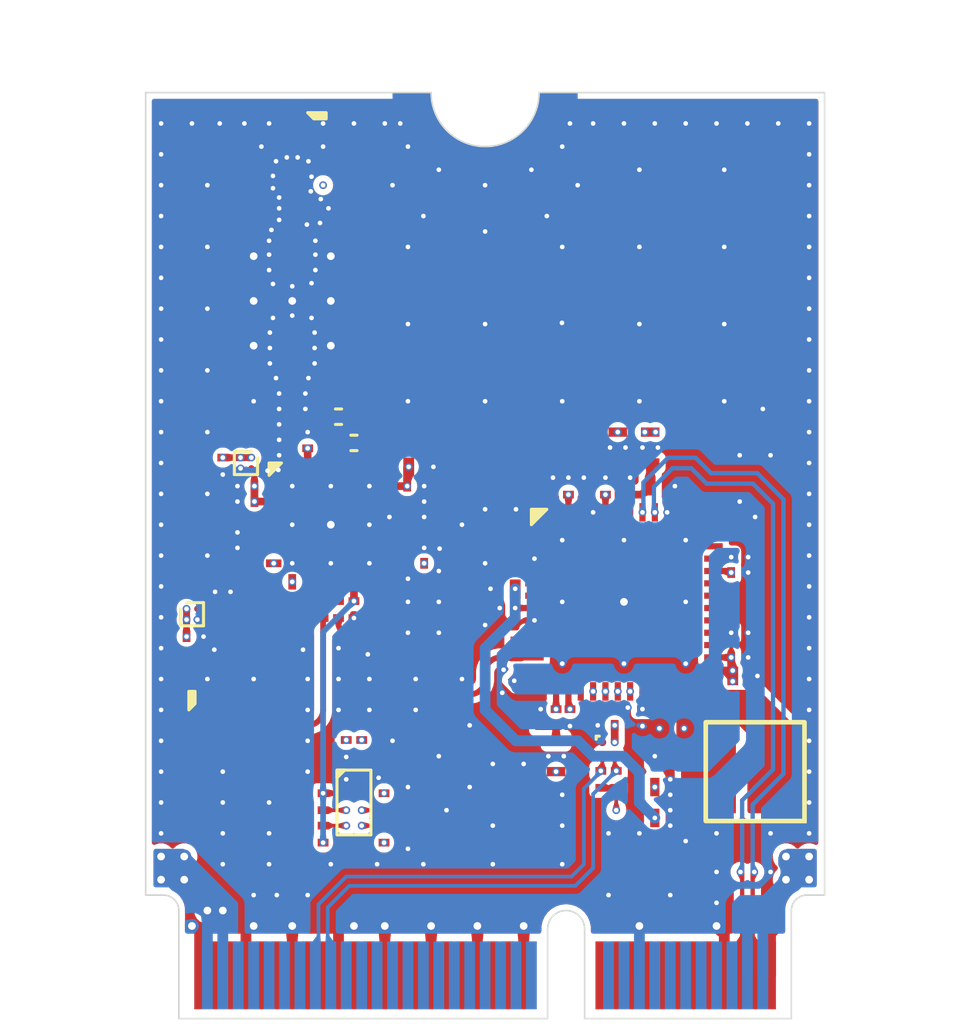
<source format=kicad_pcb>
(kicad_pcb (version 20241229) (generator "pcbnew") (generator_version "9.0")
  (layers (0 "F.Cu" signal) (4 "In1.Cu" signal) (6 "In2.Cu" signal) (8 "In3.Cu" signal) (10 "In4.Cu" signal) (2 "B.Cu" signal) (13 "F.Paste" user) (15 "B.Paste" user) (5 "F.SilkS" user "F.Silkscreen") (7 "B.SilkS" user "B.Silkscreen") (1 "F.Mask" user) (3 "B.Mask" user) (25 "Edge.Cuts" user))
  (net 0 "")
  (net 10 "3V3P_M2")
  (net 13 "GND")
  (net 34 "/SCLT")
  (net 41 "Net-(U11-VIP)")
  (net 42 "Net-(U11-VCMI)")
  (net 43 "Net-(U11-XI)")
  (net 44 "1V2P_VDDA1")
  (net 45 "1V2P_VDDLV")
  (net 46 "/M2.USB_D+")
  (net 48 "1V2P_VDDA")
  (net 50 "Net-(U11-XO)")
  (net 53 "/TUNER.AGC")
  (net 54 "Net-(U11-VDDA33)")
  (net 55 "/M2.USB_D-")
  (net 56 "Net-(U11-VIN)")
  (net 58 "Net-(U11-FB)")
  (net 59 "/ROM.SCL")
  (net 60 "1V2P_VDD_PLL")
  (net 62 "/ROM.SDA")
  (net 63 "/SDAT")
  (net 64 "Net-(U11-SW_VOUT1)")
  (net 67 "/TUNER.CLK")
  (net 68 "Net-(U5-Det1)")
  (net 69 "/TUNER.SCL")
  (net 70 "/TUNER.IF-")
  (net 71 "Net-(U5-TF1P)")
  (net 72 "Net-(U5-CP)")
  (net 73 "3V0_TUNER")
  (net 74 "Net-(U5-TF2N)")
  (net 75 "Net-(U5-Det2)")
  (net 77 "Net-(U5-VDD_PLL)")
  (net 80 "/TUNER.SDA")
  (net 81 "/RF_IN_TUNER")
  (net 82 "Net-(U5-TF2P)")
  (net 83 "Net-(U5-IF_AGC)")
  (net 84 "Net-(U5-TF1N)")
  (net 85 "/CLK_IN")
  (net 86 "/TUNER.IF+")
  (net 89 "/RF_IN_C")
  (net 90 "3V0_TCXO")
  (net 92 "Net-(C28-Pad1)")
  (net 93 "Net-(C31-Pad3)")
  (net 96 "Net-(Y1-E{slash}D)")
  (net 99 "Net-(U11-R12K)")
  (net 110 "/IF+")
  (net 111 "/IF-")
  (net 113 "Net-(J2-In)")
  (net 114 "Net-(U8-EN)")
  (footprint "_Library:R_0201" (layer "F.Cu") (at 79.25 72.25 90)
    (property "Reference" "R21")
    (property "Value" "4.7k")
  )
  (footprint "_Library:YFF15PC0G105MT000N" (layer "F.Cu") (at 81 71.5 180)
    (property "Reference" "C47")
    (property "Value" "YFF15PC0G105MT000N")
  )
  (footprint "_Library:C_0402" (layer "F.Cu") (at 75.575 66.075 180)
    (property "Reference" "C55")
    (property "Value" "2.2uF")
  )
  (footprint "_Library:R820T2" (layer "F.Cu") (at 70 64)
    (property "Reference" "U5")
    (property "Value" "R820T")
  )
  (footprint "_Library:BFTC-415+" (layer "F.Cu") (at 68.75 56.75 180)
    (property "Reference" "FL1")
    (property "Value" "BFTC-415+")
  )
  (footprint "_Library:C_0201" (layer "F.Cu") (at 72.75 63.75)
    (property "Reference" "C29")
    (property "Value" "330pF")
  )
  (footprint "_Library:L_0402" (layer "F.Cu") (at 70.25 60.5)
    (property "Reference" "L4")
    (property "Value" "150nH")
  )
  (footprint "_Library:C_0201" (layer "F.Cu") (at 72.75 64.75)
    (property "Reference" "C26")
    (property "Value" "100nF")
  )
  (footprint "_Library:C_0201" (layer "F.Cu") (at 77.7 62.75 90)
    (property "Reference" "C58")
    (property "Value" "100nF")
  )
  (footprint "_Library:R_0201" (layer "F.Cu") (at 71.25 66.75 -90)
    (property "Reference" "R12")
    (property "Value" "220R")
  )
  (footprint "_Library:C_0201" (layer "F.Cu") (at 83.25 67.5)
    (property "Reference" "C57")
    (property "Value" "100nF")
  )
  (footprint "_Library:ESD701DPYR" (layer "F.Cu") (at 69.6 53.75)
    (property "Reference" "D1")
    (property "Value" "ESD701DPYR")
  )
  (footprint "_Library:C_0201" (layer "F.Cu") (at 78.925 70.5 180)
    (property "Reference" "C34")
    (property "Value" "100nF")
  )
  (footprint "_Library:R_0201" (layer "F.Cu") (at 72.75 65.25)
    (property "Reference" "R6")
    (property "Value" "10k")
  )
  (footprint "_Library:C_0201" (layer "F.Cu") (at 83.25 65.05)
    (property "Reference" "C63")
    (property "Value" "100nF")
  )
  (footprint "_Library:C_0201" (layer "F.Cu") (at 67.25 62.75 180)
    (property "Reference" "C18")
    (property "Value" "1uF")
  )
  (footprint "_Library:R_0201" (layer "F.Cu") (at 71.9 66.75 -90)
    (property "Reference" "R10")
    (property "Value" "220R")
  )
  (footprint "_Library:C_0201" (layer "F.Cu") (at 70.25 66.75 -90)
    (property "Reference" "C32")
    (property "Value" "10nF")
  )
  (footprint "_Library:C_0201" (layer "F.Cu") (at 75.75 69.25 -135)
    (property "Reference" "C53")
    (property "Value" "100nF")
  )
  (footprint "_Library:C_0201" (layer "F.Cu") (at 65.6 67.625)
    (property "Reference" "C12")
    (property "Value" "1uF")
  )
  (footprint "_Library:C_0201" (layer "F.Cu") (at 66.75 66.45 90)
    (property "Reference" "C3")
    (property "Value" "100nF")
  )
  (footprint "_Library:R_0201" (layer "F.Cu") (at 69.75 72.975 -90)
    (property "Reference" "R8")
    (property "Value" "4.7k")
  )
  (footprint "_Library:C_0402" (layer "F.Cu") (at 80.75 62.75)
    (property "Reference" "C56")
    (property "Value" "2.2uF")
  )
  (footprint "_Library:C_0201" (layer "F.Cu") (at 79.7 62.75 90)
    (property "Reference" "C60")
    (property "Value" "100nF")
  )
  (footprint "_Library:YFF15PC0G105MT000N" (layer "F.Cu") (at 79.3 61.5 90)
    (property "Reference" "C43")
    (property "Value" "YFF15PC0G105MT000N")
  )
  (footprint "_Library:C_0402" (layer "F.Cu") (at 72.925 62.125)
    (property "Reference" "C24")
    (property "Value" "10uF")
  )
  (footprint "_Library:MHF4L" (layer "F.Cu") (at 66.5 70.5 90)
    (property "Reference" "J2")
    (property "Value" "MHF4L")
  )
  (footprint "_Library:YFF15PC0G105MT000N" (layer "F.Cu") (at 77.3 71.5 90)
    (property "Reference" "C31")
    (property "Value" "YFF15PC0G105MT000N")
  )
  (footprint "_Library:MHF4L" (layer "F.Cu") (at 68.75 51.75)
    (property "Reference" "J1")
    (property "Value" "MHF4L")
  )
  (footprint "_Library:C_0201" (layer "F.Cu") (at 72.75 62.75)
    (property "Reference" "C21")
    (property "Value" "10nF")
  )
  (footprint "_Library:YFF15PC0G105MT000N" (layer "F.Cu") (at 81 72.5 180)
    (property "Reference" "C48")
    (property "Value" "YFF15PC0G105MT000N")
  )
  (footprint "_Library:C_0201" (layer "F.Cu") (at 70.5 71.25 -90)
    (property "Reference" "C41")
    (property "Value" "100nF")
  )
  (footprint "_Library:C_0201" (layer "F.Cu") (at 77.75 70.25 -90)
    (property "Reference" "C52")
    (property "Value" "100nF")
  )
  (footprint "_Library:M2GF_KEY_E_2230" (layer "F.Cu") (at 75 50)
    (property "Reference" "X1" (hide yes))
    (property "Value" "M2GF_KEY_E" (hide yes))
    (fp_line (start -11 0) (end -11 26) (stroke (width 0.05)) (layer "Edge.Cuts"))
    (fp_line (start -11 26) (end -10.425 26) (stroke (width 0.05)) (layer "Edge.Cuts"))
    (fp_line (start -9.925 30) (end -9.925 26.5) (stroke (width 0.05)) (layer "Edge.Cuts"))
    (fp_line (start -9.925 30) (end 2.025 30) (stroke (width 0.05)) (layer "Edge.Cuts"))
    (fp_line (start -1.75 0) (end -11 0) (stroke (width 0.05)) (layer "Edge.Cuts"))
    (fp_line (start 1.75 0) (end 11 0) (stroke (width 0.05)) (layer "Edge.Cuts"))
    (fp_line (start 2.025 30) (end 2.025 27.1) (stroke (width 0.05)) (layer "Edge.Cuts"))
    (fp_line (start 3.225 27.1) (end 3.225 30) (stroke (width 0.05)) (layer "Edge.Cuts"))
    (fp_line (start 3.225 30) (end 9.925 30) (stroke (width 0.05)) (layer "Edge.Cuts"))
    (fp_line (start 9.925 30) (end 9.925 26.5) (stroke (width 0.05)) (layer "Edge.Cuts"))
    (fp_line (start 11 0) (end 11 26) (stroke (width 0.05)) (layer "Edge.Cuts"))
    (fp_line (start 11 26) (end 10.425 26) (stroke (width 0.05)) (layer "Edge.Cuts"))
    (fp_arc (start -10.425 26) (mid -10.071447 26.146447) (end -9.925 26.5) (stroke (width 0.05)) (layer "Edge.Cuts"))
    (fp_arc (start 1.75 0) (mid 0 1.75) (end -1.75 0) (stroke (width 0.05)) (layer "Edge.Cuts"))
    (fp_arc (start 2.025 27.1) (mid 2.625 26.5) (end 3.225 27.1) (stroke (width 0.05)) (layer "Edge.Cuts"))
    (fp_arc (start 9.925 26.5) (mid 10.071447 26.146447) (end 10.425 26) (stroke (width 0.05)) (layer "Edge.Cuts"))
  )
  (footprint "_Library:C_0201" (layer "F.Cu") (at 75.7 66.7 180)
    (property "Reference" "C59")
    (property "Value" "100nF")
  )
  (footprint "_Library:R_0201" (layer "F.Cu") (at 71.725 72.975 -90)
    (property "Reference" "R17")
    (property "Value" "4.7k")
  )
  (footprint "_Library:R_0201" (layer "F.Cu") (at 78.75 72.25 90)
    (property "Reference" "R19")
    (property "Value" "4.7k")
  )
  (footprint "_Library:C_0402" (layer "F.Cu") (at 83.425 68.9)
    (property "Reference" "C46")
    (property "Value" "10uF")
  )
  (footprint "_Library:TPS7A2018PYCKR" (layer "F.Cu") (at 67.25 62 -90)
    (property "Reference" "U4")
    (property "Value" "TPS7A2030YCKR")
  )
  (footprint "_Library:C_0201" (layer "F.Cu") (at 67.25 63.25 180)
    (property "Reference" "C9")
    (property "Value" "10nF")
  )
  (footprint "_Library:C_0201" (layer "F.Cu") (at 83.25 65.55)
    (property "Reference" "C45")
    (property "Value" "100nF")
  )
  (footprint "_Library:C_0201" (layer "F.Cu") (at 80.1 70.25 -90)
    (property "Reference" "C65")
    (property "Value" "100nF")
  )
  (footprint "_Library:R_0201" (layer "F.Cu") (at 72.75 64.25)
    (property "Reference" "R7")
    (property "Value" "1.8k")
  )
  (footprint "_Library:SN74LVC1G06DSFR" (layer "F.Cu") (at 79 71.25)
    (property "Reference" "U9")
    (property "Value" "CAT24C04C4ATR")
  )
  (footprint "_Library:R_0201" (layer "F.Cu") (at 76 68.025 -90)
    (property "Reference" "R14")
    (property "Value" "1k")
  )
  (footprint "_Library:R_0201" (layer "F.Cu") (at 71 71.25 -90)
    (property "Reference" "R22")
    (property "Value" "200k")
  )
  (footprint "_Library:C_0201" (layer "F.Cu") (at 75.75 64.75)
    (property "Reference" "C36")
    (property "Value" "10nF")
  )
  (footprint "_Library:C_0201" (layer "F.Cu") (at 67.25 64.75 180)
    (property "Reference" "C6")
    (property "Value" "100nF")
  )
  (footprint "_Library:DSB221SDN" (layer "F.Cu") (at 68.25 67.5)
    (property "Reference" "Y1")
    (property "Value" "B31-028.8M")
  )
  (footprint "_Library:L_0402" (layer "F.Cu") (at 70.75 61.35)
    (property "Reference" "L6")
    (property "Value" "150nH")
  )
  (footprint "_Library:RTL2832U" (layer "F.Cu") (at 79.5 66.5)
    (property "Reference" "U11")
    (property "Value" "RTL2832U")
  )
  (footprint "_Library:C_0201" (layer "F.Cu") (at 69.25 61.25 90)
    (property "Reference" "C23")
    (property "Value" "10nF")
  )
  (footprint "_Library:C_0201" (layer "F.Cu") (at 66.25 66.45 90)
    (property "Reference" "C17")
    (property "Value" "1uF")
  )
  (footprint "_Library:YFF15PC0G105MT000N" (layer "F.Cu") (at 81 73.5 180)
    (property "Reference" "C49")
    (property "Value" "YFF15PC0G105MT000N")
  )
  (footprint "_Library:R_0201" (layer "F.Cu") (at 69.75 74.025 90)
    (property "Reference" "R9")
    (property "Value" "4.7k")
  )
  (footprint "_Library:XFL3012-472MEC" (layer "F.Cu") (at 83.75 72 180)
    (property "Reference" "L7")
    (property "Value" "XFL3012-472MEC")
  )
  (footprint "_Library:PCA9306YZTR" (layer "F.Cu") (at 70.75 73)
    (property "Reference" "U8")
    (property "Value" "PCA9306YZTR")
  )
  (footprint "_Library:R_0201" (layer "F.Cu") (at 71.725 74.025 90)
    (property "Reference" "R16")
    (property "Value" "4.7k")
  )
  (footprint "_Library:C_0201" (layer "F.Cu") (at 67.25 64.25 180)
    (property "Reference" "C4")
    (property "Value" "1uF")
  )
  (footprint "_Library:TPS7A2018PYCKR" (layer "F.Cu") (at 65.5 66.9)
    (property "Reference" "U3")
    (property "Value" "TPS7A2030YCKR")
  )
  (footprint "_Library:C_0201" (layer "F.Cu") (at 78.2 62.75 90)
    (property "Reference" "C40")
    (property "Value" "100nF")
  )
  (footprint "_Library:C_0201" (layer "F.Cu") (at 75.75 64.25)
    (property "Reference" "C35")
    (property "Value" "10nF")
  )
  (footprint "_Library:R_0201" (layer "F.Cu") (at 77.3 70.25 90)
    (property "Reference" "R15")
    (property "Value" "10k")
  )
  (footprint "_Library:C_0201" (layer "F.Cu") (at 78.9 62.75 90)
    (property "Reference" "C54")
    (property "Value" "100nF")
  )
  (footprint "_Library:C_0402" (layer "F.Cu") (at 81.05 70.6 180)
    (property "Reference" "C42")
    (property "Value" "10uF")
  )
  (footprint "_Library:C_0201" (layer "F.Cu") (at 72.75 63.25)
    (property "Reference" "C27")
    (property "Value" "100nF")
  )
  (footprint "_Library:C_0201" (layer "F.Cu") (at 83.25 68.3)
    (property "Reference" "C51")
    (property "Value" "100nF")
  )
  (footprint "_Library:R_0201" (layer "F.Cu") (at 77.2 62.75 90)
    (property "Reference" "R20")
    (property "Value" "10k")
  )
  (footprint "_Library:C_0201" (layer "F.Cu") (at 70.75 66.75 -90)
    (property "Reference" "C7")
    (property "Value" "10nF")
  )
  (footprint "_Library:C_0201" (layer "F.Cu") (at 69.75 66.75 -90)
    (property "Reference" "C22")
    (property "Value" "10nF")
  )
  (footprint "_Library:YFF15PC0G105MT000N" (layer "F.Cu") (at 80.35 61.5 -90)
    (property "Reference" "C50")
    (property "Value" "YFF15PC0G105MT000N")
  )
  (footprint "_Library:C_0201" (layer "F.Cu") (at 76.8 70.25 90)
    (property "Reference" "C33")
    (property "Value" "100nF")
  )
  (footprint "_Library:C_0201" (layer "F.Cu") (at 73.525 64.5 -90)
    (property "Reference" "C28")
    (property "Value" "6.8nF")
  )
  (footprint "_Library:C_0201" (layer "F.Cu") (at 66.5 62.1 -90)
    (property "Reference" "C13")
    (property "Value" "1uF")
  )
  (footprint "_Library:R_0201" (layer "F.Cu") (at 66.5 68.05 180)
    (property "Reference" "R3")
    (property "Value" "0R")
  )
  (segment (start 83.025 68.725) (end 83 68.7) (width 0.2) (layer "F.Cu") (net 10))
  (segment (start 82.4 65.5) (end 82.925 65.5) (width 0.2) (layer "F.Cu") (net 10))
  (segment (start 77.7 69.4) (end 77.7 69.925) (width 0.2) (layer "F.Cu") (net 10))
  (segment (start 67.425 61.825) (end 67.075 61.825) (width 0.2) (layer "F.Cu") (net 10))
  (segment (start 79.25 72.525) (end 78.75 72.525) (width 0.12) (layer "F.Cu") (net 10))
  (segment (start 65.325 66.725) (end 65.325 67.075) (width 0.2) (layer "F.Cu") (net 10))
  (segment (start 79.2 71.05) (end 79.2 70.5) (width 0.25) (layer "F.Cu") (net 10))
  (segment (start 66.5 61.825) (end 67.075 61.825) (width 0.2) (layer "F.Cu") (net 10))
  (segment (start 82.975 67.9) (end 82.975 68.3) (width 0.12) (layer "F.Cu") (net 10))
  (segment (start 83 68.7) (end 82.4 68.7) (width 0.2) (layer "F.Cu") (net 10))
  (segment (start 79.25 73.25) (end 79.25 72.525) (width 0.12) (layer "F.Cu") (net 10))
  (segment (start 82.975 68.3) (end 82.975 69.025) (width 0.25) (layer "F.Cu") (net 10))
  (segment (start 82.925 65.5) (end 82.975 65.55) (width 0.2) (layer "F.Cu") (net 10))
  (segment (start 82.975 68.3) (end 82.4 68.3) (width 0.2) (layer "F.Cu") (net 10))
  (segment (start 77.7 69.925) (end 77.75 69.975) (width 0.2) (layer "F.Cu") (net 10))
  (segment (start 83.025 69.075) (end 83.025 68.725) (width 0.2) (layer "F.Cu") (net 10))
  (segment (start 82.4 67.9) (end 82.975 67.9) (width 0.12) (layer "F.Cu") (net 10))
  (segment (start 65.325 67.075) (end 65.325 67.625) (width 0.2) (layer "F.Cu") (net 10))
  (segment (start 82.975 69.025) (end 83.025 69.075) (width 0.25) (layer "F.Cu") (net 10))
  (via (at 67.425 61.825) (size 0.25) (drill 0.15) (layers "F.Cu" "B.Cu") (net 10))
  (via (at 66.5 76.5) (size 0.45) (drill 0.25) (layers "F.Cu" "B.Cu") (net 10))
  (via (at 79.2 70.5) (size 0.25) (drill 0.15) (layers "F.Cu" "B.Cu") (net 10))
  (via (at 77.75 69.975) (size 0.25) (drill 0.15) (layers "F.Cu" "B.Cu") (net 10))
  (via (at 85.5 75.5) (size 0.45) (drill 0.25) (layers "F.Cu" "B.Cu") (net 10))
  (via (at 64.5 74.75) (size 0.45) (drill 0.25) (layers "F.Cu" "B.Cu") (net 10))
  (via (at 71.725 72.7) (size 0.25) (drill 0.15) (layers "F.Cu" "B.Cu") (net 10))
  (via (at 71.725 74.3) (size 0.25) (drill 0.15) (layers "F.Cu" "B.Cu") (net 10))
  (via (at 79.25 73.25) (size 0.25) (drill 0.15) (layers "F.Cu" "B.Cu") (net 10))
  (via (at 65.325 67.075) (size 0.25) (drill 0.15) (layers "F.Cu" "B.Cu") (net 10))
  (via (at 71 70.975) (size 0.25) (drill 0.15) (layers "F.Cu" "B.Cu") (net 10))
  (via (at 83.025 69.075) (size 0.25) (drill 0.15) (layers "F.Cu" "B.Cu") (net 10))
  (via (at 70.5 70.975) (size 0.25) (drill 0.15) (layers "F.Cu" "B.Cu") (net 10))
  (via (at 85.5 74.75) (size 0.45) (drill 0.25) (layers "F.Cu" "B.Cu") (net 10))
  (via (at 83.025 68.725) (size 0.25) (drill 0.15) (layers "F.Cu" "B.Cu") (net 10))
  (via (at 69.75 53) (size 0.25) (drill 0.15) (layers "F.Cu" "B.Cu") (net 10))
  (via (at 66 76.5) (size 0.45) (drill 0.25) (layers "F.Cu" "B.Cu") (net 10))
  (via (at 84.75 74.75) (size 0.45) (drill 0.25) (layers "F.Cu" "B.Cu") (net 10))
  (via (at 67.075 61.825) (size 0.25) (drill 0.15) (layers "F.Cu" "B.Cu") (net 10))
  (via (at 82.975 68.3) (size 0.25) (drill 0.15) (layers "F.Cu" "B.Cu") (net 10))
  (via (at 64.5 75.5) (size 0.45) (drill 0.25) (layers "F.Cu" "B.Cu") (net 10))
  (via (at 79.2 71.05) (size 0.25) (drill 0.15) (layers "F.Cu" "B.Cu") (net 10))
  (via (at 65.325 66.725) (size 0.25) (drill 0.15) (layers "F.Cu" "B.Cu") (net 10))
  (via (at 79.3 61) (size 0.25) (drill 0.15) (layers "F.Cu" "B.Cu") (net 10))
  (via (at 66.5 61.825) (size 0.25) (drill 0.15) (layers "F.Cu" "B.Cu") (net 10))
  (via (at 65.325 67.625) (size 0.25) (drill 0.15) (layers "F.Cu" "B.Cu") (net 10))
  (via (at 77.3 72) (size 0.25) (drill 0.15) (layers "F.Cu" "B.Cu") (net 10))
  (via (at 84.75 75.5) (size 0.45) (drill 0.25) (layers "F.Cu" "B.Cu") (net 10))
  (via (at 65.25 75.5) (size 0.45) (drill 0.25) (layers "F.Cu" "B.Cu") (net 10))
  (via (at 65.25 74.75) (size 0.45) (drill 0.25) (layers "F.Cu" "B.Cu") (net 10))
  (via (at 82.975 65.55) (size 0.25) (drill 0.15) (layers "F.Cu" "B.Cu") (net 10))
  (segment (start 66 78.6) (end 66 76.5) (width 0.35) (layer "B.Cu") (net 10))
  (segment (start 66.5 78.6) (end 66.5 76.5) (width 0.35) (layer "B.Cu") (net 10))
  (segment (start 84 78.6) (end 84 77) (width 0.35) (layer "B.Cu") (net 10))
  (segment (start 83.5 78.6) (end 83.5 77.033733) (width 0.35) (layer "B.Cu") (net 10))
  (segment (start 82.75 78.6) (end 82.75 77.25) (width 0.35) (layer "F.Cu") (net 13))
  (segment (start 67.25 78.6) (end 67.25 77) (width 0.35) (layer "F.Cu") (net 13))
  (segment (start 76.25 78.6) (end 76.25 77) (width 0.35) (layer "F.Cu") (net 13))
  (segment (start 68.75 78.6) (end 68.75 77) (width 0.35) (layer "F.Cu") (net 13))
  (segment (start 70.25 78.6) (end 70.25 77) (width 0.35) (layer "F.Cu") (net 13))
  (segment (start 70.25 77) (end 70.75 77) (width 0.35) (layer "F.Cu") (net 13))
  (segment (start 74.75 78.6) (end 74.75 77) (width 0.35) (layer "F.Cu") (net 13))
  (segment (start 84.25 77.25) (end 84.5 77) (width 0.35) (layer "F.Cu") (net 13))
  (segment (start 84.25 78.6) (end 84.25 77.25) (width 0.35) (layer "F.Cu") (net 13))
  (segment (start 65.75 78.6) (end 65.75 77.1) (width 0.35) (layer "F.Cu") (net 13))
  (segment (start 82.75 77.25) (end 82.5 77) (width 0.35) (layer "F.Cu") (net 13))
  (segment (start 73.25 78.6) (end 73.25 77) (width 0.35) (layer "F.Cu") (net 13))
  (segment (start 71.75 78.6) (end 71.75 77) (width 0.35) (layer "F.Cu") (net 13))
  (via (at 80 77) (size 0.45) (drill 0.25) (layers "F.Cu" "B.Cu") (net 13))
  (via (at 66 61) (size 0.25) (drill 0.15) (layers "F.Cu" "B.Cu") (net 13))
  (via (at 85.5 54) (size 0.25) (drill 0.15) (layers "F.Cu" "B.Cu") (net 13))
  (via (at 73 75) (size 0.25) (drill 0.15) (layers "F.Cu" "B.Cu") (net 13))
  (via (at 82.75 57.5) (size 0.25) (drill 0.15) (layers "F.Cu" "B.Cu") (net 13))
  (via (at 68.325 53.4) (size 0.25) (drill 0.15) (layers "F.Cu" "B.Cu") (net 13))
  (via (at 73.025 62.75) (size 0.25) (drill 0.15) (layers "F.Cu" "B.Cu") (net 13))
  (via (at 70 56.75) (size 0.45) (drill 0.25) (layers "F.Cu" "B.Cu") (net 13))
  (via (at 70.75 77) (size 0.45) (drill 0.25) (layers "F.Cu" "B.Cu") (net 13))
  (via (at 66 57) (size 0.25) (drill 0.15) (layers "F.Cu" "B.Cu") (net 13))
  (via (at 66.975 63.25) (size 0.25) (drill 0.15) (layers "F.Cu" "B.Cu") (net 13))
  (via (at 64.5 68) (size 0.25) (drill 0.15) (layers "F.Cu" "B.Cu") (net 13))
  (via (at 80.1 61.5) (size 0.25) (drill 0.15) (layers "F.Cu" "B.Cu") (net 13))
  (via (at 66.975 64.25) (size 0.25) (drill 0.15) (layers "F.Cu" "B.Cu") (net 13))
  (via (at 68 55.25) (size 0.25) (drill 0.15) (layers "F.Cu" "B.Cu") (net 13))
  (via (at 70 75) (size 0.25) (drill 0.15) (layers "F.Cu" "B.Cu") (net 13))
  (via (at 70 65.25) (size 0.25) (drill 0.15) (layers "F.Cu" "B.Cu") (net 13))
  (via (at 71.9 63.75) (size 0.25) (drill 0.15) (layers "F.Cu" "B.Cu") (net 13))
  (via (at 81 76) (size 0.25) (drill 0.15) (layers "F.Cu" "B.Cu") (net 13))
  (via (at 69.25 72) (size 0.25) (drill 0.15) (layers "F.Cu" "B.Cu") (net 13))
  (via (at 71.25 64) (size 0.25) (drill 0.15) (layers "F.Cu" "B.Cu") (net 13))
  (via (at 73 54) (size 0.25) (drill 0.15) (layers "F.Cu" "B.Cu") (net 13))
  (via (at 69.5 54.8) (size 0.25) (drill 0.15) (layers "F.Cu" "B.Cu") (net 13))
  (via (at 70.5 71.525) (size 0.25) (drill 0.15) (layers "F.Cu" "B.Cu") (net 13))
  (via (at 64.5 66) (size 0.25) (drill 0.15) (layers "F.Cu" "B.Cu") (net 13))
  (via (at 80.65 70.6) (size 0.25) (drill 0.15) (layers "F.Cu" "B.Cu") (net 13))
  (via (at 74.75 77) (size 0.45) (drill 0.25) (layers "F.Cu" "B.Cu") (net 13))
  (via (at 70 55.3) (size 0.45) (drill 0.25) (layers "F.Cu" "B.Cu") (net 13))
  (via (at 64.5 65) (size 0.25) (drill 0.15) (layers "F.Cu" "B.Cu") (net 13))
  (via (at 70 62.75) (size 0.25) (drill 0.15) (layers "F.Cu" "B.Cu") (net 13))
  (via (at 68.125 53.1) (size 0.25) (drill 0.15) (layers "F.Cu" "B.Cu") (net 13))
  (via (at 64.5 56) (size 0.25) (drill 0.15) (layers "F.Cu" "B.Cu") (net 13))
  (via (at 64.5 63) (size 0.25) (drill 0.15) (layers "F.Cu" "B.Cu") (net 13))
  (via (at 66 59) (size 0.25) (drill 0.15) (layers "F.Cu" "B.Cu") (net 13))
  (via (at 77.2 62.475) (size 0.25) (drill 0.15) (layers "F.Cu" "B.Cu") (net 13))
  (via (at 77.5 73.75) (size 0.25) (drill 0.15) (layers "F.Cu" "B.Cu") (net 13))
  (via (at 68 74) (size 0.25) (drill 0.15) (layers "F.Cu" "B.Cu") (net 13))
  (via (at 66.975 64.75) (size 0.25) (drill 0.15) (layers "F.Cu" "B.Cu") (net 13))
  (via (at 85.5 51) (size 0.25) (drill 0.15) (layers "F.Cu" "B.Cu") (net 13))
  (via (at 84.25 61.75) (size 0.25) (drill 0.15) (layers "F.Cu" "B.Cu") (net 13))
  (via (at 83.525 68.3) (size 0.25) (drill 0.15) (layers "F.Cu" "B.Cu") (net 13))
  (via (at 65.5 77) (size 0.45) (drill 0.25) (layers "F.Cu" "B.Cu") (net 13))
  (via (at 72.5 60) (size 0.25) (drill 0.15) (layers "F.Cu" "B.Cu") (net 13))
  (via (at 75 60) (size 0.25) (drill 0.15) (layers "F.Cu" "B.Cu") (net 13))
  (via (at 80 55) (size 0.25) (drill 0.15) (layers "F.Cu" "B.Cu") (net 13))
  (via (at 75.25 75) (size 0.25) (drill 0.15) (layers "F.Cu" "B.Cu") (net 13))
  (via (at 71.25 69) (size 0.25) (drill 0.15) (layers "F.Cu" "B.Cu") (net 13))
  (via (at 82.5 77) (size 0.45) (drill 0.25) (layers "F.Cu" "B.Cu") (net 13))
  (via (at 68.75 56.275) (size 0.25) (drill 0.15) (layers "F.Cu" "B.Cu") (net 13))
  (via (at 75 63.5) (size 0.25) (drill 0.15) (layers "F.Cu" "B.Cu") (net 13))
  (via (at 64.5 64) (size 0.25) (drill 0.15) (layers "F.Cu" "B.Cu") (net 13))
  (via (at 85.5 70) (size 0.25) (drill 0.15) (layers "F.Cu" "B.Cu") (net 13))
  (via (at 73.5 67.5) (size 0.25) (drill 0.15) (layers "F.Cu" "B.Cu") (net 13))
  (via (at 69.375 56.175) (size 0.25) (drill 0.15) (layers "F.Cu" "B.Cu") (net 13))
  (via (at 84.25 75.25) (size 0.25) (drill 0.15) (layers "F.Cu" "B.Cu") (net 13))
  (via (at 75 57.5) (size 0.25) (drill 0.15) (layers "F.Cu" "B.Cu") (net 13))
  (via (at 75.555546 69.444454) (size 0.25) (drill 0.15) (layers "F.Cu" "B.Cu") (net 13))
  (via (at 64.5 71) (size 0.25) (drill 0.15) (layers "F.Cu" "B.Cu") (net 13))
  (via (at 65.875 67.625) (size 0.25) (drill 0.15) (layers "F.Cu" "B.Cu") (net 13))
  (via (at 74.25 69) (size 0.25) (drill 0.15) (layers "F.Cu" "B.Cu") (net 13))
  (via (at 71.75 51) (size 0.25) (drill 0.15) (layers "F.Cu" "B.Cu") (net 13))
  (via (at 74.25 64) (size 0.25) (drill 0.15) (layers "F.Cu" "B.Cu") (net 13))
  (via (at 70 64) (size 0.45) (drill 0.25) (layers "F.Cu" "B.Cu") (net 13))
  (via (at 75 67.25) (size 0.25) (drill 0.15) (layers "F.Cu" "B.Cu") (net 13))
  (via (at 83.525 67.5) (size 0.25) (drill 0.15) (layers "F.Cu" "B.Cu") (net 13))
  (via (at 75 53) (size 0.25) (drill 0.15) (layers "F.Cu" "B.Cu") (net 13))
  (via (at 64.5 61) (size 0.25) (drill 0.15) (layers "F.Cu" "B.Cu") (net 13))
  (via (at 79.5 68.5) (size 0.25) (drill 0.15) (layers "F.Cu" "B.Cu") (net 13))
  (via (at 69.475 58.775) (size 0.25) (drill 0.15) (layers "F.Cu" "B.Cu") (net 13))
  (via (at 77.5 75) (size 0.25) (drill 0.15) (layers "F.Cu" "B.Cu") (net 13))
  (via (at 68.325 53.75) (size 0.25) (drill 0.15) (layers "F.Cu" "B.Cu") (net 13))
  (via (at 72.75 69) (size 0.25) (drill 0.15) (layers "F.Cu" "B.Cu") (net 13))
  (via (at 78.5 63.6) (size 0.25) (drill 0.15) (layers "F.Cu" "B.Cu") (net 13))
  (via (at 80.1 70.525) (size 0.25) (drill 0.15) (layers "F.Cu" "B.Cu") (net 13))
  (via (at 81.15 62.75) (size 0.25) (drill 0.15) (layers "F.Cu" "B.Cu") (net 13))
  (via (at 68.025 58.275) (size 0.25) (drill 0.15) (layers "F.Cu" "B.Cu") (net 13))
  (via (at 66.5 73) (size 0.25) (drill 0.15) (layers "F.Cu" "B.Cu") (net 13))
  (via (at 68.125 56.2) (size 0.25) (drill 0.15) (layers "F.Cu" "B.Cu") (net 13))
  (via (at 66.25 66.175) (size 0.25) (drill 0.15) (layers "F.Cu" "B.Cu") (net 13))
  (via (at 83.25 63.25) (size 0.25) (drill 0.15) (layers "F.Cu" "B.Cu") (net 13))
  (via (at 68.325 60.25) (size 0.25) (drill 0.15) (layers "F.Cu" "B.Cu") (net 13))
  (via (at 70.25 69) (size 0.25) (drill 0.15) (layers "F.Cu" "B.Cu") (net 13))
  (via (at 69.375 52.725) (size 0.25) (drill 0.15) (layers "F.Cu" "B.Cu") (net 13))
  (via (at 81.5 51) (size 0.25) (drill 0.15) (layers "F.Cu" "B.Cu") (net 13))
  (via (at 72.25 51) (size 0.25) (drill 0.15) (layers "F.Cu" "B.Cu") (net 13))
  (via (at 64.5 62) (size 0.25) (drill 0.15) (layers "F.Cu" "B.Cu") (net 13))
  (via (at 79 76) (size 0.25) (drill 0.15) (layers "F.Cu" "B.Cu") (net 13))
  (via (at 68.225 52.225) (size 0.25) (drill 0.15) (layers "F.Cu" "B.Cu") (net 13))
  (via (at 69.225 54.275) (size 0.25) (drill 0.15) (layers "F.Cu" "B.Cu") (net 13))
  (via (at 72.5 67.5) (size 0.25) (drill 0.15) (layers "F.Cu" "B.Cu") (net 13))
  (via (at 64.5 72) (size 0.25) (drill 0.15) (layers "F.Cu" "B.Cu") (net 13))
  (via (at 67.5 55.3) (size 0.45) (drill 0.25) (layers "F.Cu" "B.Cu") (net 13))
  (via (at 75.6 68.7) (size 0.25) (drill 0.15) (layers "F.Cu" "B.Cu") (net 13))
  (via (at 66.75 66.175) (size 0.25) (drill 0.15) (layers "F.Cu" "B.Cu") (net 13))
  (via (at 81 72.25) (size 0.25) (drill 0.15) (layers "F.Cu" "B.Cu") (net 13))
  (via (at 85.5 61) (size 0.25) (drill 0.15) (layers "F.Cu" "B.Cu") (net 13))
  (via (at 70.75 67.025) (size 0.25) (drill 0.15) (layers "F.Cu" "B.Cu") (net 13))
  (via (at 68.75 56.75) (size 0.45) (drill 0.25) (layers "F.Cu" "B.Cu") (net 13))
  (via (at 68.325 59.75) (size 0.25) (drill 0.15) (layers "F.Cu" "B.Cu") (net 13))
  (via (at 67.075 62.175) (size 0.25) (drill 0.15) (layers "F.Cu" "B.Cu") (net 13))
  (via (at 66.225 68.05) (size 0.25) (drill 0.15) (layers "F.Cu" "B.Cu") (net 13))
  (via (at 85.5 53) (size 0.25) (drill 0.15) (layers "F.Cu" "B.Cu") (net 13))
  (via (at 64.5 74) (size 0.25) (drill 0.15) (layers "F.Cu" "B.Cu") (net 13))
  (via (at 78.2 62.475) (size 0.25) (drill 0.15) (layers "F.Cu" "B.Cu") (net 13))
  (via (at 71.2 68.2) (size 0.25) (drill 0.15) (layers "F.Cu" "B.Cu") (net 13))
  (via (at 68 73) (size 0.25) (drill 0.15) (layers "F.Cu" "B.Cu") (net 13))
  (via (at 68.025 58.775) (size 0.25) (drill 0.15) (layers "F.Cu" "B.Cu") (net 13))
  (via (at 70 58.2) (size 0.45) (drill 0.25) (layers "F.Cu" "B.Cu") (net 13))
  (via (at 75.475 66.7) (size 0.25) (drill 0.15) (layers "F.Cu" "B.Cu") (net 13))
  (via (at 82.75 60) (size 0.25) (drill 0.15) (layers "F.Cu" "B.Cu") (net 13))
  (via (at 85.5 73) (size 0.25) (drill 0.15) (layers "F.Cu" "B.Cu") (net 13))
  (via (at 73.5 71.5) (size 0.25) (drill 0.15) (layers "F.Cu" "B.Cu") (net 13))
  (via (at 68.575 52.1) (size 0.25) (drill 0.15) (layers "F.Cu" "B.Cu") (net 13))
  (via (at 66.5 62.375) (size 0.25) (drill 0.15) (layers "F.Cu" "B.Cu") (net 13))
  (via (at 68.025 57.775) (size 0.25) (drill 0.15) (layers "F.Cu" "B.Cu") (net 13))
  (via (at 85.5 64) (size 0.25) (drill 0.15) (layers "F.Cu" "B.Cu") (net 13))
  (via (at 66 63) (size 0.25) (drill 0.15) (layers "F.Cu" "B.Cu") (net 13))
  (via (at 64.5 55) (size 0.25) (drill 0.15) (layers "F.Cu" "B.Cu") (net 13))
  (via (at 85.5 62) (size 0.25) (drill 0.15) (layers "F.Cu" "B.Cu") (net 13))
  (via (at 69.275 59.25) (size 0.25) (drill 0.15) (layers "F.Cu" "B.Cu") (net 13))
  (via (at 69.675 53.45) (size 0.25) (drill 0.15) (layers "F.Cu" "B.Cu") (net 13))
  (via (at 83.75 63.75) (size 0.25) (drill 0.15) (layers "F.Cu" "B.Cu") (net 13))
  (via (at 82.5 75.25) (size 0.25) (drill 0.15) (layers "F.Cu" "B.Cu") (net 13))
  (via (at 82.5 51) (size 0.25) (drill 0.15) (layers "F.Cu" "B.Cu") (net 13))
  (via (at 64.5 53) (size 0.25) (drill 0.15) (layers "F.Cu" "B.Cu") (net 13))
  (via (at 72.5 74.5) (size 0.25) (drill 0.15) (layers "F.Cu" "B.Cu") (net 13))
  (via (at 68.75 62.75) (size 0.25) (drill 0.15) (layers "F.Cu" "B.Cu") (net 13))
  (via (at 68.75 64) (size 0.25) (drill 0.15) (layers "F.Cu" "B.Cu") (net 13))
  (via (at 69.175 59.75) (size 0.25) (drill 0.15) (layers "F.Cu" "B.Cu") (net 13))
  (via (at 64.5 73) (size 0.25) (drill 0.15) (layers "F.Cu" "B.Cu") (net 13))
  (via (at 84 60.25) (size 0.25) (drill 0.15) (layers "F.Cu" "B.Cu") (net 13))
  (via (at 75.25 71.75) (size 0.25) (drill 0.15) (layers "F.Cu" "B.Cu") (net 13))
  (via (at 73.325 62.125) (size 0.25) (drill 0.15) (layers "F.Cu" "B.Cu") (net 13))
  (via (at 77.05 71.5) (size 0.25) (drill 0.15) (layers "F.Cu" "B.Cu") (net 13))
  (via (at 73.5 65.5) (size 0.25) (drill 0.15) (layers "F.Cu" "B.Cu") (net 13))
  (via (at 68.075 54.45) (size 0.25) (drill 0.15) (layers "F.Cu" "B.Cu") (net 13))
  (via (at 81 72.75) (size 0.25) (drill 0.15) (layers "F.Cu" "B.Cu") (net 13))
  (via (at 69.25 70) (size 0.25) (drill 0.15) (layers "F.Cu" "B.Cu") (net 13))
  (via (at 72 53) (size 0.25) (drill 0.15) (layers "F.Cu" "B.Cu") (net 13))
  (via (at 85.5 56) (size 0.25) (drill 0.15) (layers "F.Cu" "B.Cu") (net 13))
  (via (at 72.75 70) (size 0.25) (drill 0.15) (layers "F.Cu" "B.Cu") (net 13))
  (via (at 79.5 64.5) (size 0.25) (drill 0.15) (layers "F.Cu" "B.Cu") (net 13))
  (via (at 85.5 72) (size 0.25) (drill 0.15) (layers "F.Cu" "B.Cu") (net 13))
  (via (at 73.5 52.5) (size 0.25) (drill 0.15) (layers "F.Cu" "B.Cu") (net 13))
  (via (at 70.75 51) (size 0.25) (drill 0.15) (layers "F.Cu" "B.Cu") (net 13))
  (via (at 67.5 58.2) (size 0.45) (drill 0.25) (layers "F.Cu" "B.Cu") (net 13))
  (via (at 83.5 51) (size 0.25) (drill 0.15) (layers "F.Cu" "B.Cu") (net 13))
  (via (at 76.5 52.5) (size 0.25) (drill 0.15) (layers "F.Cu" "B.Cu") (net 13))
  (via (at 72.5 57.5) (size 0.25) (drill 0.15) (layers "F.Cu" "B.Cu") (net 13))
  (via (at 70.25 70) (size 0.25) (drill 0.15) (layers "F.Cu" "B.Cu") (net 13))
  (via (at 67.5 76) (size 0.25) (drill 0.15) (layers "F.Cu" "B.Cu") (net 13))
  (via (at 80 60) (size 0.25) (drill 0.15) (layers "F.Cu" "B.Cu") (net 13))
  (via (at 79.5 66.5) (size 0.45) (drill 0.25) (layers "F.Cu" "B.Cu") (net 13))
  (via (at 80.6 61.5) (size 0.25) (drill 0.15) (layers "F.Cu" "B.Cu") (net 13))
  (via (at 68.225 59.25) (size 0.25) (drill 0.15) (layers "F.Cu" "B.Cu") (net 13))
  (via (at 75 65.25) (size 0.25) (drill 0.15) (layers "F.Cu" "B.Cu") (net 13))
  (via (at 73.75 73.25) (size 0.25) (drill 0.15) (layers "F.Cu" "B.Cu") (net 13))
  (via (at 72.5 65.75) (size 0.25) (drill 0.15) (layers "F.Cu" "B.Cu") (net 13))
  (via (at 64.5 60) (size 0.25) (drill 0.15) (layers "F.Cu" "B.Cu") (net 13))
  (via (at 64.5 51) (size 0.25) (drill 0.15) (layers "F.Cu" "B.Cu") (net 13))
  (via (at 79.5 51) (size 0.25) (drill 0.15) (layers "F.Cu" "B.Cu") (net 13))
  (via (at 66.5 72) (size 0.25) (drill 0.15) (layers "F.Cu" "B.Cu") (net 13))
  (via (at 69.175 60.25) (size 0.25) (drill 0.15) (layers "F.Cu" "B.Cu") (net 13))
  (via (at 64.5 52) (size 0.25) (drill 0.15) (layers "F.Cu" "B.Cu") (net 13))
  (via (at 73.25 77) (size 0.45) (drill 0.25) (layers "F.Cu" "B.Cu") (net 13))
  (via (at 69.25 61) (size 0.25) (drill 0.15) (layers "F.Cu" "B.Cu") (net 13))
  (via (at 65.5 51) (size 0.25) (drill 0.15) (layers "F.Cu" "B.Cu") (net 13))
  (via (at 71.75 77) (size 0.45) (drill 0.25) (layers "F.Cu" "B.Cu") (net 13))
  (via (at 65.675 67.075) (size 0.25) (drill 0.15) (layers "F.Cu" "B.Cu") (net 13))
  (via (at 68.325 54.125) (size 0.25) (drill 0.15) (layers "F.Cu" "B.Cu") (net 13))
  (via (at 80.5 51) (size 0.25) (drill 0.15) (layers "F.Cu" "B.Cu") (net 13))
  (via (at 68.325 61.75) (size 0.25) (drill 0.15) (layers "F.Cu" "B.Cu") (net 13))
  (via (at 79.7 62.475) (size 0.25) (drill 0.15) (layers "F.Cu" "B.Cu") (net 13))
  (via (at 85.5 67) (size 0.25) (drill 0.15) (layers "F.Cu" "B.Cu") (net 13))
  (via (at 85.5 57) (size 0.25) (drill 0.15) (layers "F.Cu" "B.Cu") (net 13))
  (via (at 73.525 64.775) (size 0.25) (drill 0.15) (layers "F.Cu" "B.Cu") (net 13))
  (via (at 77.5 64.5) (size 0.25) (drill 0.15) (layers "F.Cu" "B.Cu") (net 13))
  (via (at 76.6 65.1) (size 0.25) (drill 0.15) (layers "F.Cu" "B.Cu") (net 13))
  (via (at 70.5 72.25) (size 0.25) (drill 0.15) (layers "F.Cu" "B.Cu") (net 13))
  (via (at 82.75 55) (size 0.25) (drill 0.15) (layers "F.Cu" "B.Cu") (net 13))
  (via (at 85.5 55) (size 0.25) (drill 0.15) (layers "F.Cu" "B.Cu") (net 13))
  (via (at 76 63.5) (size 0.25) (drill 0.15) (layers "F.Cu" "B.Cu") (net 13))
  (via (at 64.5 67) (size 0.25) (drill 0.15) (layers "F.Cu" "B.Cu") (net 13))
  (via (at 68 55.75) (size 0.25) (drill 0.15) (layers "F.Cu" "B.Cu") (net 13))
  (via (at 74.5 70.5) (size 0.25) (drill 0.15) (layers "F.Cu" "B.Cu") (net 13))
  (via (at 75.25 73.75) (size 0.25) (drill 0.15) (layers "F.Cu" "B.Cu") (net 13))
  (via (at 68.925 52.1) (size 0.25) (drill 0.15) (layers "F.Cu" "B.Cu") (net 13))
  (via (at 73.5 66.5) (size 0.25) (drill 0.15) (layers "F.Cu" "B.Cu") (net 13))
  (via (at 69.5 55.25) (size 0.25) (drill 0.15) (layers "F.Cu" "B.Cu") (net 13))
  (via (at 69.1 68.05) (size 0.25) (drill 0.15) (layers "F.Cu" "B.Cu") (net 13))
  (via (at 67.5 77) (size 0.45) (drill 0.25) (layers "F.Cu" "B.Cu") (net 13))
  (via (at 85.5 66) (size 0.25) (drill 0.15) (layers "F.Cu" "B.Cu") (net 13))
  (via (at 67.5 60) (size 0.25) (drill 0.15) (layers "F.Cu" "B.Cu") (net 13))
  (via (at 69.25 76) (size 0.25) (drill 0.15) (layers "F.Cu" "B.Cu") (net 13))
  (via (at 78 53) (size 0.25) (drill 0.15) (layers "F.Cu" "B.Cu") (net 13))
  (via (at 72.5 72.5) (size 0.25) (drill 0.15) (layers "F.Cu" "B.Cu") (net 13))
  (via (at 81 73.75) (size 0.25) (drill 0.15) (layers "F.Cu" "B.Cu") (net 13))
  (via (at 69.375 57.3) (size 0.25) (drill 0.15) (layers "F.Cu" "B.Cu") (net 13))
  (via (at 79.05 61.5) (size 0.25) (drill 0.15) (layers "F.Cu" "B.Cu") (net 13))
  (via (at 73.025 63.25) (size 0.25) (drill 0.15) (layers "F.Cu" "B.Cu") (net 13))
  (via (at 67.5 69) (size 0.25) (drill 0.15) (layers "F.Cu" "B.Cu") (net 13))
  (via (at 67.75 51.75) (size 0.25) (drill 0.15) (layers "F.Cu" "B.Cu") (net 13))
  (via (at 66.975 62.75) (size 0.25) (drill 0.15) (layers "F.Cu" "B.Cu") (net 13))
  (via (at 80.9 63.6) (size 0.25) (drill 0.15) (layers "F.Cu" "B.Cu") (net 13))
  (via (at 68.75 65.25) (size 0.25) (drill 0.15) (layers "F.Cu" "B.Cu") (net 13))
  (via (at 79.625 69.925) (size 0.25) (drill 0.15) (layers "F.Cu" "B.Cu") (net 13))
  (via (at 64.5 59) (size 0.25) (drill 0.15) (layers "F.Cu" "B.Cu") (net 13))
  (via (at 73.025 63.75) (size 0.25) (drill 0.15) (layers "F.Cu" "B.Cu") (net 13))
  (via (at 75.175 66.075) (size 0.25) (drill 0.15) (layers "F.Cu" "B.Cu") (net 13))
  (via (at 68 75) (size 0.25) (drill 0.15) (layers "F.Cu" "B.Cu") (net 13))
  (via (at 68.125 52.7) (size 0.25) (drill 0.15) (layers "F.Cu" "B.Cu") (net 13))
  (via (at 77.49072 57.459851) (size 0.25) (drill 0.15) (layers "F.Cu" "B.Cu") (net 13))
  (via (at 80 74) (size 0.25) (drill 0.15) (layers "F.Cu" "B.Cu") (net 13))
  (via (at 76.8 69.975) (size 0.25) (drill 0.15) (layers "F.Cu" "B.Cu") (net 13))
  (via (at 77.75 70.525) (size 0.25) (drill 0.15) (layers "F.Cu" "B.Cu") (net 13))
  (via (at 79.55 61.5) (size 0.25) (drill 0.15) (layers "F.Cu" "B.Cu") (net 13))
  (via (at 81.5 74.25) (size 0.25) (drill 0.15) (layers "F.Cu" "B.Cu") (net 13))
  (via (at 81.5 68.5) (size 0.25) (drill 0.15) (layers "F.Cu" "B.Cu") (net 13))
  (via (at 78.5 51) (size 0.25) (drill 0.15) (layers "F.Cu" "B.Cu") (net 13))
  (via (at 85.5 69) (size 0.25) (drill 0.15) (layers "F.Cu" "B.Cu") (net 13))
  (via (at 66.5 75) (size 0.25) (drill 0.15) (layers "F.Cu" "B.Cu") (net 13))
  (via (at 69.35 53.2) (size 0.25) (drill 0.15) (layers "F.Cu" "B.Cu") (net 13))
  (via (at 69.5 55.75) (size 0.25) (drill 0.15) (layers "F.Cu" "B.Cu") (net 13))
  (via (at 85.5 65) (size 0.25) (drill 0.15) (layers "F.Cu" "B.Cu") (net 13))
  (via (at 66 69) (size 0.25) (drill 0.15) (layers "F.Cu" "B.Cu") (net 13))
  (via (at 77.75 51) (size 0.25) (drill 0.15) (layers "F.Cu" "B.Cu") (net 13))
  (via (at 67.5 56.75) (size 0.45) (drill 0.25) (layers "F.Cu" "B.Cu") (net 13))
  (via (at 76.25 77) (size 0.45) (drill 0.25) (layers "F.Cu" "B.Cu") (net 13))
  (via (at 66 53) (size 0.25) (drill 0.15) (layers "F.Cu" "B.Cu") (net 13))
  (via (at 71.25 65.25) (size 0.25) (drill 0.15) (layers "F.Cu" "B.Cu") (net 13))
  (via (at 78.65 70.5) (size 0.25) (drill 0.15) (layers "F.Cu" "B.Cu") (net 13))
  (via (at 80 57.5) (size 0.25) (drill 0.15) (layers "F.Cu" "B.Cu") (net 13))
  (via (at 79 74) (size 0.25) (drill 0.15) (layers "F.Cu" "B.Cu") (net 13))
  (via (at 83.825 68.9) (size 0.25) (drill 0.15) (layers "F.Cu" "B.Cu") (net 13))
  (via (at 64.5 54) (size 0.25) (drill 0.15) (layers "F.Cu" "B.Cu") (net 13))
  (via (at 67.95 62.25) (size 0.25) (drill 0.15) (layers "F.Cu" "B.Cu") (net 13))
  (via (at 83.525 65.55) (size 0.25) (drill 0.15) (layers "F.Cu" "B.Cu") (net 13))
  (via (at 68.25 76) (size 0.25) (drill 0.15) (layers "F.Cu" "B.Cu") (net 13))
  (via (at 69.75 51.75) (size 0.25) (drill 0.15) (layers "F.Cu" "B.Cu") (net 13))
  (via (at 83.25 61.75) (size 0.25) (drill 0.15) (layers "F.Cu" "B.Cu") (net 13))
  (via (at 71.25 70) (size 0.25) (drill 0.15) (layers "F.Cu" "B.Cu") (net 13))
  (via (at 84.25 74) (size 0.25) (drill 0.15) (layers "F.Cu" "B.Cu") (net 13))
  (via (at 68.125 57.3) (size 0.25) (drill 0.15) (layers "F.Cu" "B.Cu") (net 13))
  (via (at 66.5 74) (size 0.25) (drill 0.15) (layers "F.Cu" "B.Cu") (net 13))
  (via (at 83.525 65.05) (size 0.25) (drill 0.15) (layers "F.Cu" "B.Cu") (net 13))
  (via (at 85.5 52) (size 0.25) (drill 0.15) (layers "F.Cu" "B.Cu") (net 13))
  (via (at 64.5 69) (size 0.25) (drill 0.15) (layers "F.Cu" "B.Cu") (net 13))
  (via (at 82.75 52.5) (size 0.25) (drill 0.15) (layers "F.Cu" "B.Cu") (net 13))
  (via (at 64.5 57) (size 0.25) (drill 0.15) (layers "F.Cu" "B.Cu") (net 13))
  (via (at 82.5 76.25) (size 0.25) (drill 0.15) (layers "F.Cu" "B.Cu") (net 13))
  (via (at 64.5 58) (size 0.25) (drill 0.15) (layers "F.Cu" "B.Cu") (net 13))
  (via (at 76.6 67.1) (size 0.25) (drill 0.15) (layers "F.Cu" "B.Cu") (net 13))
  (via (at 85.5 59) (size 0.25) (drill 0.15) (layers "F.Cu" "B.Cu") (net 13))
  (via (at 69.275 52.225) (size 0.25) (drill 0.15) (layers "F.Cu" "B.Cu") (net 13))
  (via (at 66.4 51) (size 0.25) (drill 0.15) (layers "F.Cu" "B.Cu") (net 13))
  (via (at 85.5 71) (size 0.25) (drill 0.15) (layers "F.Cu" "B.Cu") (net 13))
  (via (at 73.025 64.75) (size 0.25) (drill 0.15) (layers "F.Cu" "B.Cu") (net 13))
  (via (at 75 54.5) (size 0.25) (drill 0.15) (layers "F.Cu" "B.Cu") (net 13))
  (via (at 85.5 60) (size 0.25) (drill 0.15) (layers "F.Cu" "B.Cu") (net 13))
  (via (at 69.25 71) (size 0.25) (drill 0.15) (layers "F.Cu" "B.Cu") (net 13))
  (via (at 85.5 63) (size 0.25) (drill 0.15) (layers "F.Cu" "B.Cu") (net 13))
  (via (at 72.5 55) (size 0.25) (drill 0.15) (layers "F.Cu" "B.Cu") (net 13))
  (via (at 70.25 68) (size 0.25) (drill 0.15) (layers "F.Cu" "B.Cu") (net 13))
  (via (at 81.5 66.5) (size 0.25) (drill 0.15) (layers "F.Cu" "B.Cu") (net 13))
  (via (at 85.5 74) (size 0.25) (drill 0.15) (layers "F.Cu" "B.Cu") (net 13))
  (via (at 69.65 54.225) (size 0.25) (drill 0.15) (layers "F.Cu" "B.Cu") (net 13))
  (via (at 77.5 55) (size 0.25) (drill 0.15) (layers "F.Cu" "B.Cu") (net 13))
  (via (at 68.325 60.75) (size 0.25) (drill 0.15) (layers "F.Cu" "B.Cu") (net 13))
  (via (at 81 73.25) (size 0.25) (drill 0.15) (layers "F.Cu" "B.Cu") (net 13))
  (via (at 68 54.8) (size 0.25) (drill 0.15) (layers "F.Cu" "B.Cu") (net 13))
  (via (at 78.9 62.475) (size 0.25) (drill 0.15) (layers "F.Cu" "B.Cu") (net 13))
  (via (at 71.25 62.75) (size 0.25) (drill 0.15) (layers "F.Cu" "B.Cu") (net 13))
  (via (at 68.325 61.25) (size 0.25) (drill 0.15) (layers "F.Cu" "B.Cu") (net 13))
  (via (at 67.2 51) (size 0.25) (drill 0.15) (layers "F.Cu" "B.Cu") (net 13))
  (via (at 77.5 66.5) (size 0.25) (drill 0.15) (layers "F.Cu" "B.Cu") (net 13))
  (via (at 72.5 66.5) (size 0.25) (drill 0.15) (layers "F.Cu" "B.Cu") (net 13))
  (via (at 68 51) (size 0.25) (drill 0.15) (layers "F.Cu" "B.Cu") (net 13))
  (via (at 71.55 72.2) (size 0.25) (drill 0.15) (layers "F.Cu" "B.Cu") (net 13))
  (via (at 72.5 51.75) (size 0.25) (drill 0.15) (layers "F.Cu" "B.Cu") (net 13))
  (via (at 76.25 71.75) (size 0.25) (drill 0.15) (layers "F.Cu" "B.Cu") (net 13))
  (via (at 74.5 72.5) (size 0.25) (drill 0.15) (layers "F.Cu" "B.Cu") (net 13))
  (via (at 72 71) (size 0.25) (drill 0.15) (layers "F.Cu" "B.Cu") (net 13))
  (via (at 77.5 72.75) (size 0.25) (drill 0.15) (layers "F.Cu" "B.Cu") (net 13))
  (via (at 80 52.5) (size 0.25) (drill 0.15) (layers "F.Cu" "B.Cu") (net 13))
  (via (at 81.5 64.5) (size 0.25) (drill 0.15) (layers "F.Cu" "B.Cu") (net 13))
  (via (at 66 65) (size 0.25) (drill 0.15) (layers "F.Cu" "B.Cu") (net 13))
  (via (at 82.5 74) (size 0.25) (drill 0.15) (layers "F.Cu" "B.Cu") (net 13))
  (via (at 69.475 57.775) (size 0.25) (drill 0.15) (layers "F.Cu" "B.Cu") (net 13))
  (via (at 69.475 58.275) (size 0.25) (drill 0.15) (layers "F.Cu" "B.Cu") (net 13))
  (via (at 68.75 57.225) (size 0.25) (drill 0.15) (layers "F.Cu" "B.Cu") (net 13))
  (via (at 77 54) (size 0.25) (drill 0.15) (layers "F.Cu" "B.Cu") (net 13))
  (via (at 77.7 62.475) (size 0.25) (drill 0.15) (layers "F.Cu" "B.Cu") (net 13))
  (via (at 64.5 70) (size 0.25) (drill 0.15) (layers "F.Cu" "B.Cu") (net 13))
  (via (at 71.5 75) (size 0.25) (drill 0.15) (layers "F.Cu" "B.Cu") (net 13))
  (via (at 69.25 69) (size 0.25) (drill 0.15) (layers "F.Cu" "B.Cu") (net 13))
  (via (at 77.55 71.5) (size 0.25) (drill 0.15) (layers "F.Cu" "B.Cu") (net 13))
  (via (at 85.5 68) (size 0.25) (drill 0.15) (layers "F.Cu" "B.Cu") (net 13))
  (via (at 66 55) (size 0.25) (drill 0.15) (layers "F.Cu" "B.Cu") (net 13))
  (via (at 85.5 58) (size 0.25) (drill 0.15) (layers "F.Cu" "B.Cu") (net 13))
  (via (at 69.75 51) (size 0.25) (drill 0.15) (layers "F.Cu" "B.Cu") (net 13))
  (via (at 68.3 62.225) (size 0.25) (drill 0.15) (layers "F.Cu" "B.Cu") (net 13))
  (via (at 69.925 53.75) (size 0.25) (drill 0.15) (layers "F.Cu" "B.Cu") (net 13))
  (via (at 77.5 60) (size 0.25) (drill 0.15) (layers "F.Cu" "B.Cu") (net 13))
  (via (at 84.5 51) (size 0.25) (drill 0.15) (layers "F.Cu" "B.Cu") (net 13))
  (via (at 68.75 77) (size 0.45) (drill 0.25) (layers "F.Cu" "B.Cu") (net 13))
  (via (at 77.5 68.5) (size 0.25) (drill 0.15) (layers "F.Cu" "B.Cu") (net 13))
  (via (at 77.5 51.75) (size 0.25) (drill 0.15) (layers "F.Cu" "B.Cu") (net 13))
  (segment (start 80 78.6) (end 80 77) (width 0.35) (layer "B.Cu") (net 13))
  (segment (start 71 73.75) (end 71.725 73.75) (width 0.12) (layer "F.Cu") (net 34))
  (via (at 78.5 69.4) (size 0.25) (drill 0.15) (layers "F.Cu" "B.Cu") (net 34))
  (via (at 71 73.75) (size 0.25) (drill 0.15) (layers "F.Cu" "B.Cu") (net 34))
  (segment (start 76.225 64.25) (end 76.025 64.25) (width 0.138) (layer "F.Cu") (net 41))
  (segment (start 76.275 64.3) (end 76.225 64.25) (width 0.138) (layer "F.Cu") (net 41))
  (segment (start 76.6 64.3) (end 76.275 64.3) (width 0.138) (layer "F.Cu") (net 41))
  (segment (start 78.1 63.125) (end 78.2 63.025) (width 0.2) (layer "F.Cu") (net 42))
  (segment (start 78.1 63.6) (end 78.1 63.125) (width 0.2) (layer "F.Cu") (net 42))
  (segment (start 75.5 68.3) (end 76 68.3) (width 0.186) (layer "F.Cu") (net 43))
  (segment (start 70.338501 67.424501) (end 70.613235 67.699235) (width 0.186) (layer "F.Cu") (net 43))
  (segment (start 71.25 69.5) (end 74.5 69.5) (width 0.186) (layer "F.Cu") (net 43))
  (segment (start 70.75 68.029416) (end 70.75 69) (width 0.186) (layer "F.Cu") (net 43))
  (segment (start 70.25 67.025) (end 70.25 67.210841) (width 0.186) (layer "F.Cu") (net 43))
  (segment (start 75 69) (end 75 68.8) (width 0.186) (layer "F.Cu") (net 43))
  (segment (start 76.6 68.3) (end 76 68.3) (width 0.186) (layer "F.Cu") (net 43))
  (arc (start 75 68.8) (mid 75.146447 68.446447) (end 75.5 68.3) (width 0.186) (layer "F.Cu") (net 43))
  (arc (start 70.25 67.210841) (mid 70.273001 67.326473) (end 70.338501 67.424501) (width 0.186) (layer "F.Cu") (net 43))
  (arc (start 70.613235 67.699235) (mid 70.714456 67.850723) (end 70.75 68.029416) (width 0.186) (layer "F.Cu") (net 43))
  (arc (start 74.5 69.5) (mid 74.853553 69.353553) (end 75 69) (width 0.186) (layer "F.Cu") (net 43))
  (arc (start 71.25 69.5) (mid 70.896447 69.353553) (end 70.75 69) (width 0.186) (layer "F.Cu") (net 43))
  (segment (start 82.4 67.5) (end 82.975 67.5) (width 0.2) (layer "F.Cu") (net 44))
  (segment (start 80.1 69.4) (end 80.1 69.975) (width 0.2) (layer "F.Cu") (net 44))
  (segment (start 82.925 65.1) (end 82.975 65.05) (width 0.2) (layer "F.Cu") (net 44))
  (segment (start 76.3 68.7) (end 75.944454 69.055546) (width 0.2) (layer "F.Cu") (net 44))
  (segment (start 76.6 68.7) (end 76.3 68.7) (width 0.2) (layer "F.Cu") (net 44))
  (segment (start 82.4 65.1) (end 82.925 65.1) (width 0.2) (layer "F.Cu") (net 44))
  (via (at 82.975 67.5) (size 0.25) (drill 0.15) (layers "F.Cu" "B.Cu") (net 44))
  (via (at 80.1 69.975) (size 0.25) (drill 0.15) (layers "F.Cu" "B.Cu") (net 44))
  (via (at 75.944454 69.055546) (size 0.25) (drill 0.15) (layers "F.Cu" "B.Cu") (net 44))
  (via (at 82.975 65.05) (size 0.25) (drill 0.15) (layers "F.Cu" "B.Cu") (net 44))
  (via (at 80.5 71.5) (size 0.25) (drill 0.15) (layers "F.Cu" "B.Cu") (net 44))
  (segment (start 80.35 62) (end 80.35 62.75) (width 0.25) (layer "F.Cu") (net 45))
  (segment (start 79.7 63.025) (end 80.075 63.025) (width 0.25) (layer "F.Cu") (net 45))
  (segment (start 79.7 63.6) (end 79.7 63.025) (width 0.2) (layer "F.Cu") (net 45))
  (segment (start 80.075 63.025) (end 80.35 62.75) (width 0.25) (layer "F.Cu") (net 45))
  (segment (start 83.25 77.675) (end 83.33 77.595) (width 0.14) (layer "F.Cu") (net 46))
  (segment (start 83.33 77.595) (end 83.33 75.305) (width 0.14) (layer "F.Cu") (net 46))
  (segment (start 83.25 78.6) (end 83.25 77.675) (width 0.14) (layer "F.Cu") (net 46))
  (segment (start 83.33 75.305) (end 83.275 75.25) (width 0.14) (layer "F.Cu") (net 46))
  (via (at 80.5 63.6) (size 0.25) (drill 0.15) (layers "F.Cu" "B.Cu") (net 46))
  (via (at 83.275 75.25) (size 0.25) (drill 0.15) (layers "F.Cu" "B.Cu") (net 46))
  (segment (start 81.070416 62.17) (end 81.679584 62.17) (width 0.14) (layer "B.Cu") (net 46))
  (segment (start 81.679584 62.17) (end 82.179584 62.67) (width 0.14) (layer "B.Cu") (net 46))
  (segment (start 80.47 62.770416) (end 81.070416 62.17) (width 0.14) (layer "B.Cu") (net 46))
  (segment (start 84.33 71.929584) (end 83.33 72.929584) (width 0.14) (layer "B.Cu") (net 46))
  (segment (start 82.179584 62.67) (end 83.679584 62.67) (width 0.14) (layer "B.Cu") (net 46))
  (segment (start 83.33 75.195) (end 83.275 75.25) (width 0.14) (layer "B.Cu") (net 46))
  (segment (start 80.47 63.57) (end 80.47 62.770416) (width 0.14) (layer "B.Cu") (net 46))
  (segment (start 83.33 72.929584) (end 83.33 75.195) (width 0.14) (layer "B.Cu") (net 46))
  (segment (start 83.679584 62.67) (end 84.33 63.320416) (width 0.14) (layer "B.Cu") (net 46))
  (segment (start 80.5 63.6) (end 80.47 63.57) (width 0.14) (layer "B.Cu") (net 46))
  (segment (start 84.33 63.320416) (end 84.33 71.929584) (width 0.14) (layer "B.Cu") (net 46))
  (segment (start 77.7 63.025) (end 77.7 63.6) (width 0.2) (layer "F.Cu") (net 48))
  (segment (start 78.9 63.6) (end 78.9 63.025) (width 0.2) (layer "F.Cu") (net 48))
  (via (at 78.9 63.025) (size 0.25) (drill 0.15) (layers "F.Cu" "B.Cu") (net 48))
  (via (at 80.5 72.5) (size 0.25) (drill 0.15) (layers "F.Cu" "B.Cu") (net 48))
  (via (at 77.7 63.025) (size 0.25) (drill 0.15) (layers "F.Cu" "B.Cu") (net 48))
  (segment (start 76.6 67.9) (end 76.15 67.9) (width 0.186) (layer "F.Cu") (net 50))
  (segment (start 76.15 67.9) (end 76 67.75) (width 0.186) (layer "F.Cu") (net 50))
  (segment (start 77.3 69.4) (end 77.3 69.975) (width 0.2) (layer "F.Cu") (net 53))
  (via (at 73.025 65.25) (size 0.25) (drill 0.15) (layers "F.Cu" "B.Cu") (net 53))
  (via (at 77.3 69.975) (size 0.25) (drill 0.15) (layers "F.Cu" "B.Cu") (net 53))
  (segment (start 79.3 62) (end 79.3 63.6) (width 0.2) (layer "F.Cu") (net 54))
  (segment (start 83.67 77.595) (end 83.67 75.305) (width 0.14) (layer "F.Cu") (net 55))
  (segment (start 83.75 78.6) (end 83.75 77.675) (width 0.14) (layer "F.Cu") (net 55))
  (segment (start 83.67 75.305) (end 83.725 75.25) (width 0.14) (layer "F.Cu") (net 55))
  (segment (start 83.75 77.675) (end 83.67 77.595) (width 0.14) (layer "F.Cu") (net 55))
  (via (at 80.1 63.6) (size 0.25) (drill 0.15) (layers "F.Cu" "B.Cu") (net 55))
  (via (at 83.725 75.25) (size 0.25) (drill 0.15) (layers "F.Cu" "B.Cu") (net 55))
  (segment (start 81.820416 61.83) (end 82.320416 62.33) (width 0.14) (layer "B.Cu") (net 55))
  (segment (start 84.67 72.070416) (end 83.67 73.070416) (width 0.14) (layer "B.Cu") (net 55))
  (segment (start 82.320416 62.33) (end 83.820416 62.33) (width 0.14) (layer "B.Cu") (net 55))
  (segment (start 80.929584 61.83) (end 81.820416 61.83) (width 0.14) (layer "B.Cu") (net 55))
  (segment (start 80.1 63.6) (end 80.13 63.57) (width 0.14) (layer "B.Cu") (net 55))
  (segment (start 83.820416 62.33) (end 84.67 63.179584) (width 0.14) (layer "B.Cu") (net 55))
  (segment (start 83.67 73.070416) (end 83.67 75.195) (width 0.14) (layer "B.Cu") (net 55))
  (segment (start 84.67 63.179584) (end 84.67 72.070416) (width 0.14) (layer "B.Cu") (net 55))
  (segment (start 83.67 75.195) (end 83.725 75.25) (width 0.14) (layer "B.Cu") (net 55))
  (segment (start 80.13 62.629584) (end 80.929584 61.83) (width 0.14) (layer "B.Cu") (net 55))
  (segment (start 80.13 63.57) (end 80.13 62.629584) (width 0.14) (layer "B.Cu") (net 55))
  (segment (start 76.225 64.75) (end 76.025 64.75) (width 0.138) (layer "F.Cu") (net 56))
  (segment (start 76.275 64.7) (end 76.225 64.75) (width 0.138) (layer "F.Cu") (net 56))
  (segment (start 76.6 64.7) (end 76.275 64.7) (width 0.138) (layer "F.Cu") (net 56))
  (via (at 80.175 61) (size 0.25) (drill 0.15) (layers "F.Cu" "B.Cu") (net 58))
  (via (at 81.45 70.6) (size 0.25) (drill 0.15) (layers "F.Cu" "B.Cu") (net 58))
  (via (at 80.525 61) (size 0.25) (drill 0.15) (layers "F.Cu" "B.Cu") (net 58))
  (segment (start 78.8 71.925) (end 78.75 71.975) (width 0.12) (layer "F.Cu") (net 59))
  (segment (start 78.8 71.45) (end 78.8 71.925) (width 0.12) (layer "F.Cu") (net 59))
  (via (at 79.3 69.4) (size 0.25) (drill 0.15) (layers "F.Cu" "B.Cu") (net 59))
  (via (at 78.75 71.975) (size 0.25) (drill 0.15) (layers "F.Cu" "B.Cu") (net 59))
  (segment (start 78.2 72.55) (end 78.75 72) (width 0.12) (layer "B.Cu") (net 59))
  (segment (start 70.5 75.4) (end 77.8 75.4) (width 0.12) (layer "B.Cu") (net 59))
  (segment (start 78.75 72) (end 78.75 71.975) (width 0.12) (layer "B.Cu") (net 59))
  (segment (start 69.6 78.5) (end 69.6 76.3) (width 0.12) (layer "B.Cu") (net 59))
  (segment (start 69.6 76.3) (end 70.5 75.4) (width 0.12) (layer "B.Cu") (net 59))
  (segment (start 69.5 78.6) (end 69.6 78.5) (width 0.12) (layer "B.Cu") (net 59))
  (segment (start 78.2 75) (end 78.2 72.55) (width 0.12) (layer "B.Cu") (net 59))
  (segment (start 77.8 75.4) (end 78.2 75) (width 0.12) (layer "B.Cu") (net 59))
  (segment (start 76.6 66.7) (end 75.975 66.7) (width 0.2) (layer "F.Cu") (net 60))
  (segment (start 75.975 66.7) (end 75.975 66.075) (width 0.25) (layer "F.Cu") (net 60))
  (via (at 80.5 73.5) (size 0.25) (drill 0.15) (layers "F.Cu" "B.Cu") (net 60))
  (via (at 75.975 66.7) (size 0.25) (drill 0.15) (layers "F.Cu" "B.Cu") (net 60))
  (via (at 75.975 66.075) (size 0.25) (drill 0.15) (layers "F.Cu" "B.Cu") (net 60))
  (segment (start 78.5 71.5) (end 79.47105 71.5) (width 0.35) (layer "B.Cu") (net 60))
  (segment (start 75.975 67.025) (end 75 68) (width 0.35) (layer "B.Cu") (net 60))
  (segment (start 76 71) (end 78 71) (width 0.35) (layer "B.Cu") (net 60))
  (segment (start 75 70) (end 76 71) (width 0.35) (layer "B.Cu") (net 60))
  (segment (start 80 73) (end 80.5 73.5) (width 0.35) (layer "B.Cu") (net 60))
  (segment (start 79.47105 71.5) (end 80 72.02895) (width 0.35) (layer "B.Cu") (net 60))
  (segment (start 78 71) (end 78.5 71.5) (width 0.35) (layer "B.Cu") (net 60))
  (segment (start 75.975 66.075) (end 75.975 67.025) (width 0.35) (layer "B.Cu") (net 60))
  (segment (start 75 68) (end 75 70) (width 0.35) (layer "B.Cu") (net 60))
  (segment (start 80 72.02895) (end 80 73) (width 0.35) (layer "B.Cu") (net 60))
  (segment (start 79.2 71.925) (end 79.25 71.975) (width 0.12) (layer "F.Cu") (net 62))
  (segment (start 79.2 71.45) (end 79.2 71.925) (width 0.12) (layer "F.Cu") (net 62))
  (via (at 79.25 71.975) (size 0.25) (drill 0.15) (layers "F.Cu" "B.Cu") (net 62))
  (via (at 79.7 69.4) (size 0.25) (drill 0.15) (layers "F.Cu" "B.Cu") (net 62))
  (segment (start 70.6 75.7) (end 77.925 75.7) (width 0.12) (layer "B.Cu") (net 62))
  (segment (start 78.5 75.125) (end 78.5 72.725) (width 0.12) (layer "B.Cu") (net 62))
  (segment (start 78.5 72.725) (end 79.25 71.975) (width 0.12) (layer "B.Cu") (net 62))
  (segment (start 69.9 76.4) (end 70.6 75.7) (width 0.12) (layer "B.Cu") (net 62))
  (segment (start 77.925 75.7) (end 78.5 75.125) (width 0.12) (layer "B.Cu") (net 62))
  (segment (start 70 78.6) (end 69.9 78.5) (width 0.12) (layer "B.Cu") (net 62))
  (segment (start 69.9 78.5) (end 69.9 76.4) (width 0.12) (layer "B.Cu") (net 62))
  (segment (start 71 73.25) (end 71.725 73.25) (width 0.12) (layer "F.Cu") (net 63))
  (via (at 71 73.25) (size 0.25) (drill 0.15) (layers "F.Cu" "B.Cu") (net 63))
  (via (at 78.9 69.4) (size 0.25) (drill 0.15) (layers "F.Cu" "B.Cu") (net 63))
  (segment (start 70.25 65.85) (end 70.25 66.475) (width 0.186) (layer "F.Cu") (net 67))
  (segment (start 68.15 64.25) (end 67.525 64.25) (width 0.25) (layer "F.Cu") (net 68))
  (segment (start 69.775 73.75) (end 70.5 73.75) (width 0.12) (layer "F.Cu") (net 69))
  (via (at 70.5 73.75) (size 0.25) (drill 0.15) (layers "F.Cu" "B.Cu") (net 69))
  (via (at 68.15 65.25) (size 0.25) (drill 0.15) (layers "F.Cu" "B.Cu") (net 69))
  (segment (start 71.25 65.85) (end 71.25 66.475) (width 0.186) (layer "F.Cu") (net 70))
  (segment (start 69.75 62.15) (end 69.75 60.925) (width 0.25) (layer "F.Cu") (net 71))
  (segment (start 69.875 60.8) (end 69.875 60.5) (width 0.25) (layer "F.Cu") (net 71))
  (segment (start 69.75 60.925) (end 69.875 60.8) (width 0.25) (layer "F.Cu") (net 71))
  (segment (start 71.9 64.25) (end 72.475 64.25) (width 0.25) (layer "F.Cu") (net 72))
  (segment (start 72.475 63.75) (end 72.475 64.25) (width 0.25) (layer "F.Cu") (net 72))
  (segment (start 71.9 62.75) (end 72.475 62.75) (width 0.25) (layer "F.Cu") (net 73))
  (segment (start 70.45 72.7) (end 69.75 72.7) (width 0.186) (layer "F.Cu") (net 73))
  (segment (start 67.525 62.75) (end 67.525 63.25) (width 0.25) (layer "F.Cu") (net 73))
  (segment (start 69.25 61.525) (end 69.25 62.15) (width 0.25) (layer "F.Cu") (net 73))
  (segment (start 70.75 65.85) (end 70.75 66.475) (width 0.25) (layer "F.Cu") (net 73))
  (segment (start 70.5 72.75) (end 70.45 72.7) (width 0.186) (layer "F.Cu") (net 73))
  (segment (start 67.525 62.75) (end 67.525 62.275) (width 0.2) (layer "F.Cu") (net 73))
  (segment (start 67.525 62.275) (end 67.425 62.175) (width 0.2) (layer "F.Cu") (net 73))
  (segment (start 68.15 63.25) (end 67.525 63.25) (width 0.25) (layer "F.Cu") (net 73))
  (segment (start 72.475 62.175) (end 72.525 62.125) (width 0.25) (layer "F.Cu") (net 73))
  (segment (start 72.475 62.75) (end 72.475 62.175) (width 0.25) (layer "F.Cu") (net 73))
  (via (at 69.75 72.7) (size 0.25) (drill 0.15) (layers "F.Cu" "B.Cu") (net 73))
  (via (at 67.525 63.25) (size 0.25) (drill 0.15) (layers "F.Cu" "B.Cu") (net 73))
  (via (at 67.525 62.75) (size 0.25) (drill 0.15) (layers "F.Cu" "B.Cu") (net 73))
  (via (at 69.25 61.525) (size 0.25) (drill 0.15) (layers "F.Cu" "B.Cu") (net 73))
  (via (at 69.75 74.3) (size 0.25) (drill 0.15) (layers "F.Cu" "B.Cu") (net 73))
  (via (at 72.525 62.125) (size 0.25) (drill 0.15) (layers "F.Cu" "B.Cu") (net 73))
  (via (at 72.475 62.75) (size 0.25) (drill 0.15) (layers "F.Cu" "B.Cu") (net 73))
  (via (at 70.75 66.475) (size 0.25) (drill 0.15) (layers "F.Cu" "B.Cu") (net 73))
  (segment (start 69.75 67.475) (end 69.75 72.7) (width 0.186) (layer "B.Cu") (net 73))
  (segment (start 70.75 66.475) (end 69.75 67.475) (width 0.186) (layer "B.Cu") (net 73))
  (segment (start 69.75 72.7) (end 69.75 74.3) (width 0.186) (layer "B.Cu") (net 73))
  (segment (start 71.25 61.775) (end 71.25 62.15) (width 0.25) (layer "F.Cu") (net 74))
  (segment (start 71.25 61.775) (end 71.125 61.65) (width 0.25) (layer "F.Cu") (net 74))
  (segment (start 71.125 61.65) (end 71.125 61.35) (width 0.25) (layer "F.Cu") (net 74))
  (segment (start 68.15 64.75) (end 67.525 64.75) (width 0.25) (layer "F.Cu") (net 75))
  (segment (start 71.9 63.25) (end 72.475 63.25) (width 0.25) (layer "F.Cu") (net 77))
  (segment (start 69.775 73.25) (end 70.5 73.25) (width 0.12) (layer "F.Cu") (net 80))
  (via (at 70.5 73.25) (size 0.25) (drill 0.15) (layers "F.Cu" "B.Cu") (net 80))
  (via (at 68.75 65.85) (size 0.25) (drill 0.15) (layers "F.Cu" "B.Cu") (net 80))
  (segment (start 68.75 58.2) (end 68.75 62.15) (width 0.186) (layer "F.Cu") (net 81))
  (segment (start 70.75 62.15) (end 70.75 60.925) (width 0.25) (layer "F.Cu") (net 82))
  (segment (start 70.625 60.8) (end 70.625 60.5) (width 0.25) (layer "F.Cu") (net 82))
  (segment (start 70.75 60.925) (end 70.625 60.8) (width 0.25) (layer "F.Cu") (net 82))
  (segment (start 71.9 64.75) (end 72.475 64.75) (width 0.25) (layer "F.Cu") (net 83))
  (segment (start 72.475 65.25) (end 72.475 64.75) (width 0.25) (layer "F.Cu") (net 83))
  (segment (start 70.25 61.75) (end 70.375 61.625) (width 0.25) (layer "F.Cu") (net 84))
  (segment (start 70.375 61.625) (end 70.375 61.35) (width 0.25) (layer "F.Cu") (net 84))
  (segment (start 70.25 62.15) (end 70.25 61.75) (width 0.25) (layer "F.Cu") (net 84))
  (segment (start 69.25 66.8) (end 69.1 66.95) (width 0.156) (layer "F.Cu") (net 85))
  (segment (start 69.75 66.475) (end 69.275 66.475) (width 0.186) (layer "F.Cu") (net 85))
  (segment (start 69.275 66.475) (end 69.25 66.5) (width 0.186) (layer "F.Cu") (net 85))
  (segment (start 69.25 65.85) (end 69.25 66.5) (width 0.186) (layer "F.Cu") (net 85))
  (segment (start 69.25 66.5) (end 69.25 66.8) (width 0.186) (layer "F.Cu") (net 85))
  (segment (start 71.9 65.25) (end 71.9 66.475) (width 0.186) (layer "F.Cu") (net 86))
  (segment (start 68.75 53.75) (end 68.75 55.3) (width 0.186) (layer "F.Cu") (net 89))
  (segment (start 68.75 52.75) (end 68.75 53.75) (width 0.186) (layer "F.Cu") (net 89))
  (segment (start 69.275 53.75) (end 68.75 53.75) (width 0.186) (layer "F.Cu") (net 89))
  (segment (start 66.25 66.725) (end 67.175 66.725) (width 0.25) (layer "F.Cu") (net 90))
  (segment (start 67.175 66.725) (end 67.4 66.95) (width 0.25) (layer "F.Cu") (net 90))
  (segment (start 66.25 66.725) (end 65.675 66.725) (width 0.2) (layer "F.Cu") (net 90))
  (segment (start 73.05 64.225) (end 73.025 64.25) (width 0.25) (layer "F.Cu") (net 92))
  (segment (start 73.525 64.225) (end 73.05 64.225) (width 0.25) (layer "F.Cu") (net 92))
  (segment (start 77.3 70.525) (end 77.3 71.025) (width 0.25) (layer "F.Cu") (net 93))
  (segment (start 76.8 70.525) (end 77.3 70.525) (width 0.25) (layer "F.Cu") (net 93))
  (segment (start 66.775 68.05) (end 67.4 68.05) (width 0.12) (layer "F.Cu") (net 96))
  (segment (start 77.3 63.125) (end 77.2 63.025) (width 0.2) (layer "F.Cu") (net 99))
  (segment (start 77.3 63.6) (end 77.3 63.125) (width 0.2) (layer "F.Cu") (net 99))
  (segment (start 71.891447 67.901031) (end 71.92397 67.933554) (width 0.14) (layer "F.Cu") (net 110))
  (segment (start 75.395 64.33) (end 75.475 64.25) (width 0.14) (layer "F.Cu") (net 110))
  (segment (start 71.9 67.025) (end 71.745 67.18) (width 0.14) (layer "F.Cu") (net 110))
  (segment (start 72.277523 68.08) (end 73.472477 68.08) (width 0.14) (layer "F.Cu") (net 110))
  (segment (start 73.826031 67.933553) (end 73.933554 67.82603) (width 0.14) (layer "F.Cu") (net 110))
  (segment (start 74.285026 64.724558) (end 74.474559 64.535025) (width 0.14) (layer "F.Cu") (net 110))
  (segment (start 74.08 67.472477) (end 74.08 65.219533) (width 0.14) (layer "F.Cu") (net 110))
  (segment (start 74.969533 64.33) (end 75.395 64.33) (width 0.14) (layer "F.Cu") (net 110))
  (segment (start 71.745 67.18) (end 71.745 67.547477) (width 0.14) (layer "F.Cu") (net 110))
  (arc (start 73.472477 68.08) (mid 73.663819 68.04194) (end 73.826031 67.933553) (width 0.14) (layer "F.Cu") (net 110))
  (arc (start 74.08 65.219533) (mid 74.133285 64.951654) (end 74.285026 64.724558) (width 0.14) (layer "F.Cu") (net 110))
  (arc (start 74.474559 64.535025) (mid 74.701655 64.383285) (end 74.969533 64.33) (width 0.14) (layer "F.Cu") (net 110))
  (arc (start 71.92397 67.933554) (mid 72.086182 68.04194) (end 72.277523 68.08) (width 0.14) (layer "F.Cu") (net 110))
  (arc (start 71.745 67.547477) (mid 71.78306 67.738819) (end 71.891447 67.901031) (width 0.14) (layer "F.Cu") (net 110))
  (arc (start 73.933554 67.82603) (mid 74.04194 67.663818) (end 74.08 67.472477) (width 0.14) (layer "F.Cu") (net 110))
  (segment (start 74.42 67.530467) (end 74.42 65.277523) (width 0.14) (layer "F.Cu") (net 111))
  (segment (start 75.4 64.675) (end 75.475 64.75) (width 0.14) (layer "F.Cu") (net 111))
  (segment (start 71.25 67.025) (end 71.405 67.18) (width 0.14) (layer "F.Cu") (net 111))
  (segment (start 71.405 67.18) (end 71.405 67.605467) (width 0.14) (layer "F.Cu") (net 111))
  (segment (start 71.610026 68.100442) (end 71.724559 68.214975) (width 0.14) (layer "F.Cu") (net 111))
  (segment (start 72.219533 68.42) (end 73.530467 68.42) (width 0.14) (layer "F.Cu") (net 111))
  (segment (start 74.025442 68.214974) (end 74.214975 68.025441) (width 0.14) (layer "F.Cu") (net 111))
  (segment (start 74.566447 64.923969) (end 74.67397 64.816446) (width 0.14) (layer "F.Cu") (net 111))
  (segment (start 75.027523 64.67) (end 75.395 64.67) (width 0.14) (layer "F.Cu") (net 111))
  (segment (start 75.395 64.67) (end 75.475 64.75) (width 0.14) (layer "F.Cu") (net 111))
  (arc (start 74.67397 64.816446) (mid 74.836182 64.70806) (end 75.027523 64.67) (width 0.14) (layer "F.Cu") (net 111))
  (arc (start 71.724559 68.214975) (mid 71.951655 68.366716) (end 72.219533 68.42) (width 0.14) (layer "F.Cu") (net 111))
  (arc (start 71.405 67.605467) (mid 71.458284 67.873346) (end 71.610026 68.100442) (width 0.14) (layer "F.Cu") (net 111))
  (arc (start 73.530467 68.42) (mid 73.798346 68.366716) (end 74.025442 68.214974) (width 0.14) (layer "F.Cu") (net 111))
  (arc (start 74.42 65.277523) (mid 74.45806 65.086181) (end 74.566447 64.923969) (width 0.14) (layer "F.Cu") (net 111))
  (arc (start 74.214975 68.025441) (mid 74.366716 67.798345) (end 74.42 67.530467) (width 0.14) (layer "F.Cu") (net 111))
  (segment (start 69.25 70.5) (end 67.5 70.5) (width 0.186) (layer "F.Cu") (net 113))
  (segment (start 69.75 67.025) (end 69.75 70) (width 0.186) (layer "F.Cu") (net 113))
  (arc (start 69.75 70) (mid 69.603553 70.353553) (end 69.25 70.5) (width 0.186) (layer "F.Cu") (net 113))
  (segment (start 71 71.525) (end 71 72.25) (width 0.12) (layer "F.Cu") (net 114))
  (segment (start 71 72.75) (end 71 72.25) (width 0.12) (layer "F.Cu") (net 114))
  (zone (net 113) (net_name "Net-(J2-In)") (layer "F.Cu") (priority 4) (connect_pads yes (clearance 0.15)) (min_thickness 0.15) (fill yes (thermal_gap 0.5) (thermal_bridge_width 0.5))
    (polygon (pts (xy 67.5 70.8) (xy 67.5 70.2) (xy 67.75 70.2) (xy 68.05 70.5) (xy 67.75 70.8)))
  )
  (zone (net 0) (net_name "") (layer "F.Cu") (connect_pads yes (clearance 0)) (min_thickness 0.15)
    (keepout (tracks allowed) (vias allowed) (pads allowed) (copperpour not_allowed) (footprints allowed))
    (fill (thermal_gap 0.5) (thermal_bridge_width 0.5))
    (polygon (pts (xy 67.5 66.75) (xy 69 66.75) (xy 69 68.25) (xy 67.5 68.25)))
  )
  (zone (net 64) (net_name "Net-(U11-SW_VOUT1)") (layer "F.Cu") (priority 1) (connect_pads yes (clearance 0.15)) (min_thickness 0.15) (fill yes (thermal_gap 0.5) (thermal_bridge_width 0.5))
    (polygon (pts (xy 81.6 69.1) (xy 82.55 69.1) (xy 82.8 69.35) (xy 83.874479 69.35) (xy 85.175 70.65) (xy 85.175 73.35) (xy 83.5 73.35) (xy 83.5 70.775) (xy 82.575 69.85) (xy 81.75 69.85) (xy 81.6 69.7)))
  )
  (zone (net 13) (net_name "GND") (layer "F.Cu") (connect_pads yes (clearance 0.2)) (min_thickness 0.15) (fill yes (thermal_gap 0.5) (thermal_bridge_width 0.5))
    (polygon (pts (xy 64 50) (xy 64 77.25) (xy 86 77.25) (xy 86 50) (xy 66 50) (xy 66 47) (xy 65 47) (xy 65 50)))
  )
  (zone (net 58) (net_name "Net-(U11-FB)") (layer "F.Cu") (priority 2) (connect_pads yes (clearance 0.15)) (min_thickness 0.15) (fill yes (thermal_gap 0.5) (thermal_bridge_width 0.5))
    (polygon (pts (xy 81.2 69.1) (xy 81.2 70.825) (xy 81.35 70.975) (xy 81.35 73.8) (xy 81.65 73.8) (xy 82.1 73.35) (xy 82.325 73.35) (xy 83.125 73.35) (xy 83.125 70.65) (xy 82.475 70) (xy 81.625 70) (xy 81.4 69.775) (xy 81.4 69.1)))
  )
  (zone (net 89) (net_name "/RF_IN_C") (layer "F.Cu") (priority 4) (connect_pads yes (clearance 0.15)) (min_thickness 0.15) (fill yes (thermal_gap 0.5) (thermal_bridge_width 0.5))
    (polygon (pts (xy 68.45 52.75) (xy 69.05 52.75) (xy 69.05 53) (xy 68.75 53.3) (xy 68.45 53)))
  )
  (zone (net 10) (net_name "3V3P_M2") (layer "B.Cu") (priority 1) (connect_pads yes (clearance 0.2)) (min_thickness 0.15) (fill yes (thermal_gap 0.5) (thermal_bridge_width 0.5))
    (polygon (pts (xy 65.25 77.25) (xy 67 77.25) (xy 67 76.25) (xy 66.75 76) (xy 65.5 74.75) (xy 65.25 74.5) (xy 64.25 74.5) (xy 64.25 75.75) (xy 64.75 75.75) (xy 65.25 76.25)))
  )
  (zone (net 13) (net_name "GND") (layer "B.Cu") (connect_pads yes (clearance 0.2)) (min_thickness 0.15) (fill yes (thermal_gap 0.5) (thermal_bridge_width 0.5))
    (polygon (pts (xy 64 50) (xy 64 77.25) (xy 86 77.25) (xy 86 50) (xy 67 50) (xy 67 47) (xy 66 47) (xy 66 50)))
  )
  (zone (net 10) (net_name "3V3P_M2") (layer "B.Cu") (priority 1) (connect_pads yes (clearance 0.2)) (min_thickness 0.15) (fill yes (thermal_gap 0.5) (thermal_bridge_width 0.5))
    (polygon (pts (xy 84.75 77.25) (xy 83 77.25) (xy 83 76.25) (xy 83.25 76) (xy 84 76) (xy 84.5 75.5) (xy 84.5 74.75) (xy 84.75 74.5) (xy 85.75 74.5) (xy 85.75 75.75) (xy 85.25 75.75) (xy 84.75 76.25)))
  )
  (zone (net 44) (net_name "1V2P_VDDA1") (layer "B.Cu") (priority 2) (connect_pads yes (clearance 0.2)) (min_thickness 0.15) (fill yes (thermal_gap 0.5) (thermal_bridge_width 0.5))
    (polygon (pts (xy 80.25 72) (xy 82.25 72) (xy 83.25 71) (xy 83.25 64.75) (xy 82.5 64.75) (xy 82.25 65) (xy 82.25 68.25) (xy 82 68.5) (xy 75.75 68.5) (xy 75.75 69.25) (xy 76 69.5) (xy 79.75 69.5) (xy 79.75 71.5)))
  )
)
</source>
